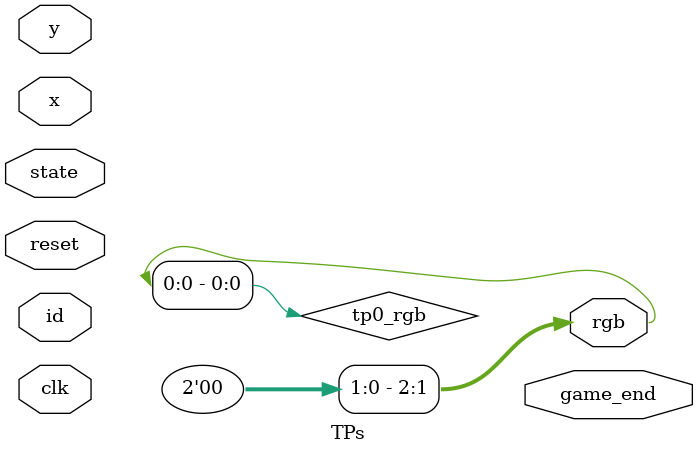
<source format=v>
`timescale 1ns / 1ps
module TPs(input clk, input reset, input [2:0] id, input [9:0] x, input [9:0] y, input [1:0] state, 
	output reg [2:0] rgb, output reg game_end);
localparam INIT = 2'd0, GAME = 2'd1, WAIT = 2'd2;
reg [19:0] clk_count; // 50ms
reg [19:0] tick_count;

reg tp0_enabled;
wire tp0_bottom;
wire tp0_rgb;

always @(*)
begin
	rgb = tp0_rgb;
end
always @(posedge clk)
begin
	if (reset) begin
		clk_count <= 0;
		tick_count <= 0;
		tp0_enabled <= 0;
	end
	else begin
		if (state == GAME)
			tp0_enabled <= 1;
			
		if (clk_count > 250000) begin
			clk_count <= 0;
		end
		else begin
			clk_count <= clk_count + 1;
			if (tick_count > 250000) begin
				tick_count <= 0;
			end
			else begin
				tick_count <= tick_count + 1;
			end
		end
		
	end
end

endmodule
</source>
